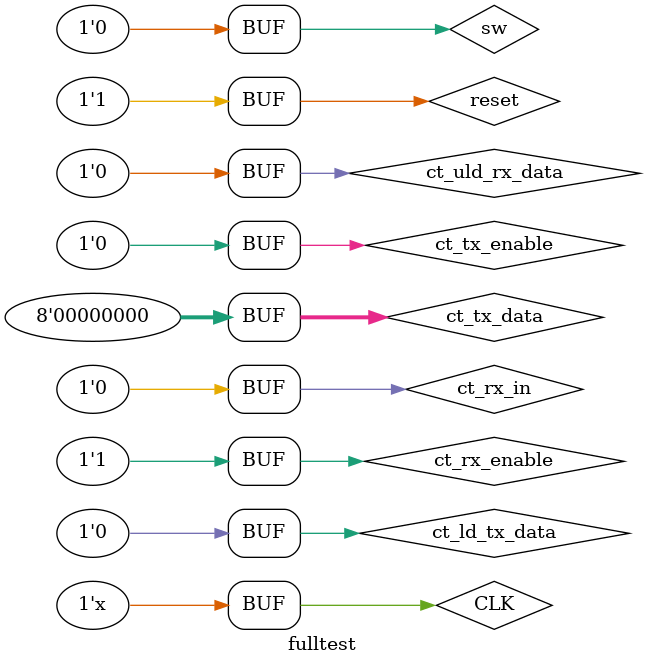
<source format=v>
`timescale 1ns / 1ps


module fulltest;

	// Inputs
	reg CLK;
	reg sw;
	reg reset;
	reg ct_txclk;
	reg ct_ld_tx_data;
	reg [7:0] ct_tx_data;
	reg ct_tx_enable;
	reg ct_uld_rx_data;
	reg ct_rx_enable;
	reg ct_rx_in;
	
	
	wire [7:0] led;

	// Instantiate the Unit Under Test (UUT)
	ClockBaseTop uut (
		.CLK(CLK), 
		.sw(sw), 
		.reset(reset),
		.ct_ld_tx_data(ct_ld_tx_data), 
		.ct_tx_data(ct_tx_data), 
		.ct_tx_enable(ct_tx_enable),  
		.ct_rx_enable(ct_rx_enable), 
		.ct_rx_in(ct_rx_in),
		.Led(led)
	);

	initial begin
		// Initialize Inputs
		CLK = 0;
		sw = 0;
		reset = 1;
		ct_ld_tx_data = 0;
		ct_tx_data = 0;
		ct_tx_enable = 0;
		ct_uld_rx_data = 0;
		ct_rx_enable = 0;
		ct_rx_in = 1;
		
		#10;
		reset = 0;
		#10;
		reset = 1;
		#10;
		ct_rx_enable = 1;
		// Wait 100 ns for global reset to finish
		#100;
		
       ct_rx_in = 0;
		// Add stimulus here

	end
	
	always
	 #5 CLK = ~CLK;
      
endmodule


</source>
